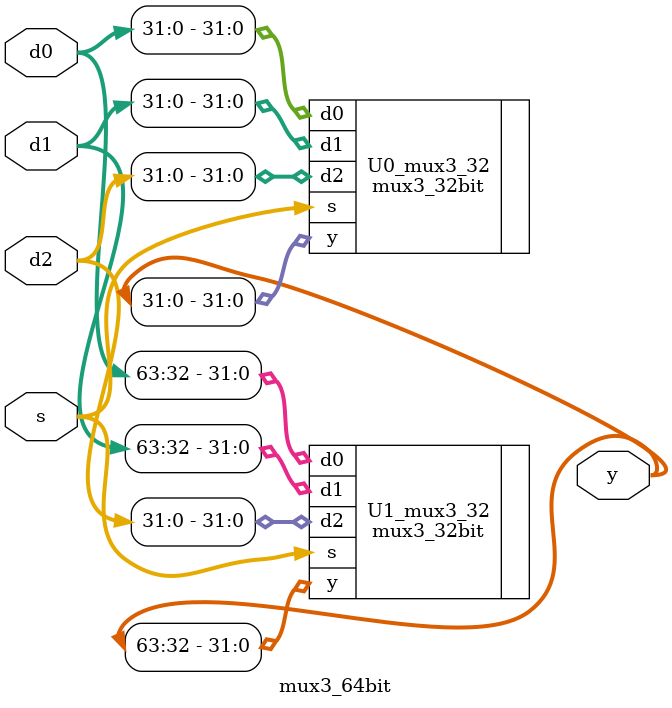
<source format=v>
module mux3_64bit(d0, d1, d2, s, y);
	input [63:0] d0, d1, d2;
	input [1:0] s;
	output [63:0] y;
	
	// instance 3 to 1 mux
	mux3_32bit U0_mux3_32(.d0(d0[31:0]), .d1(d1[31:0]), .d2(d2[31:0]), .s(s), .y(y[31:0]));
	mux3_32bit U1_mux3_32(.d0(d0[63:32]), .d1(d1[63:32]), .d2(d2[31:0]), .s(s), .y(y[63:32]));
	
endmodule

</source>
